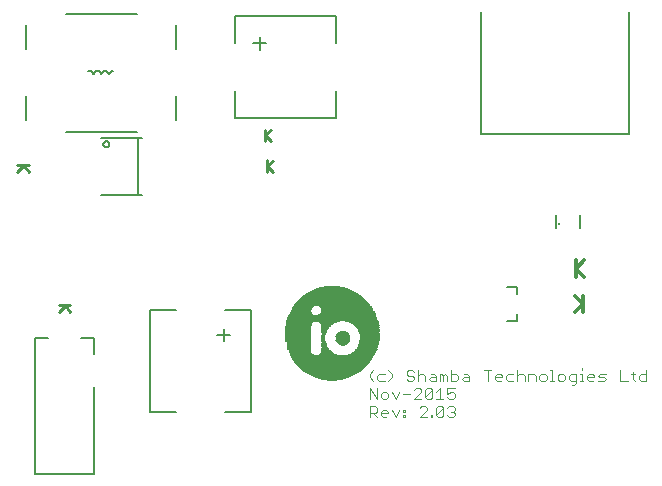
<source format=gto>
G75*
%MOIN*%
%OFA0B0*%
%FSLAX25Y25*%
%IPPOS*%
%LPD*%
%AMOC8*
5,1,8,0,0,1.08239X$1,22.5*
%
%ADD10R,0.03315X0.00166*%
%ADD11R,0.05635X0.00166*%
%ADD12R,0.07293X0.00166*%
%ADD13R,0.08619X0.00166*%
%ADD14R,0.09613X0.00166*%
%ADD15R,0.10607X0.00166*%
%ADD16R,0.11602X0.00166*%
%ADD17R,0.12266X0.00166*%
%ADD18R,0.12929X0.00166*%
%ADD19R,0.13592X0.00166*%
%ADD20R,0.14254X0.00166*%
%ADD21R,0.14917X0.00166*%
%ADD22R,0.15580X0.00166*%
%ADD23R,0.16243X0.00166*%
%ADD24R,0.16906X0.00166*%
%ADD25R,0.17238X0.00166*%
%ADD26R,0.17901X0.00166*%
%ADD27R,0.18232X0.00166*%
%ADD28R,0.18564X0.00166*%
%ADD29R,0.19227X0.00166*%
%ADD30R,0.19558X0.00166*%
%ADD31R,0.19889X0.00166*%
%ADD32R,0.20221X0.00166*%
%ADD33R,0.20884X0.00166*%
%ADD34R,0.21216X0.00166*%
%ADD35R,0.21547X0.00166*%
%ADD36R,0.21879X0.00166*%
%ADD37R,0.22210X0.00166*%
%ADD38R,0.22541X0.00166*%
%ADD39R,0.22873X0.00166*%
%ADD40R,0.23205X0.00166*%
%ADD41R,0.23537X0.00166*%
%ADD42R,0.23868X0.00166*%
%ADD43R,0.24199X0.00166*%
%ADD44R,0.24531X0.00166*%
%ADD45R,0.24862X0.00166*%
%ADD46R,0.25194X0.00166*%
%ADD47R,0.25525X0.00166*%
%ADD48R,0.25857X0.00166*%
%ADD49R,0.26188X0.00166*%
%ADD50R,0.26520X0.00166*%
%ADD51R,0.26851X0.00166*%
%ADD52R,0.27183X0.00166*%
%ADD53R,0.27514X0.00166*%
%ADD54R,0.27846X0.00166*%
%ADD55R,0.07956X0.00166*%
%ADD56R,0.07127X0.00166*%
%ADD57R,0.09448X0.00166*%
%ADD58R,0.07790X0.00166*%
%ADD59R,0.06133X0.00166*%
%ADD60R,0.08950X0.00166*%
%ADD61R,0.07624X0.00166*%
%ADD62R,0.05470X0.00166*%
%ADD63R,0.08453X0.00166*%
%ADD64R,0.07624X0.00166*%
%ADD65R,0.04973X0.00166*%
%ADD66R,0.08288X0.00166*%
%ADD67R,0.07458X0.00166*%
%ADD68R,0.04476X0.00166*%
%ADD69R,0.07956X0.00166*%
%ADD70R,0.07459X0.00166*%
%ADD71R,0.04144X0.00166*%
%ADD72R,0.07956X0.00166*%
%ADD73R,0.03813X0.00166*%
%ADD74R,0.03647X0.00166*%
%ADD75R,0.07625X0.00166*%
%ADD76R,0.07459X0.00166*%
%ADD77R,0.03149X0.00166*%
%ADD78R,0.02983X0.00166*%
%ADD79R,0.07293X0.00166*%
%ADD80R,0.02818X0.00166*%
%ADD81R,0.07790X0.00166*%
%ADD82R,0.02652X0.00166*%
%ADD83R,0.06961X0.00166*%
%ADD84R,0.02486X0.00166*%
%ADD85R,0.06796X0.00166*%
%ADD86R,0.02320X0.00166*%
%ADD87R,0.06795X0.00166*%
%ADD88R,0.02155X0.00166*%
%ADD89R,0.08122X0.00166*%
%ADD90R,0.01989X0.00166*%
%ADD91R,0.01491X0.00166*%
%ADD92R,0.06630X0.00166*%
%ADD93R,0.01823X0.00166*%
%ADD94R,0.08287X0.00166*%
%ADD95R,0.06630X0.00166*%
%ADD96R,0.01657X0.00166*%
%ADD97R,0.03481X0.00166*%
%ADD98R,0.03812X0.00166*%
%ADD99R,0.06464X0.00166*%
%ADD100R,0.04309X0.00166*%
%ADD101R,0.01492X0.00166*%
%ADD102R,0.04475X0.00166*%
%ADD103R,0.04641X0.00166*%
%ADD104R,0.06464X0.00166*%
%ADD105R,0.04807X0.00166*%
%ADD106R,0.08619X0.00166*%
%ADD107R,0.03978X0.00166*%
%ADD108R,0.07127X0.00166*%
%ADD109R,0.01161X0.00166*%
%ADD110R,0.03978X0.00166*%
%ADD111R,0.08785X0.00166*%
%ADD112R,0.08950X0.00166*%
%ADD113R,0.04641X0.00166*%
%ADD114R,0.09281X0.00166*%
%ADD115R,0.05139X0.00166*%
%ADD116R,0.09613X0.00166*%
%ADD117R,0.05801X0.00166*%
%ADD118R,0.09779X0.00166*%
%ADD119R,0.09116X0.00166*%
%ADD120R,0.10276X0.00166*%
%ADD121R,0.17735X0.00166*%
%ADD122R,0.11105X0.00166*%
%ADD123R,0.30498X0.00166*%
%ADD124R,0.30166X0.00166*%
%ADD125R,0.29834X0.00166*%
%ADD126R,0.29503X0.00166*%
%ADD127R,0.29172X0.00166*%
%ADD128R,0.19559X0.00166*%
%ADD129R,0.19061X0.00166*%
%ADD130R,0.18730X0.00166*%
%ADD131R,0.18398X0.00166*%
%ADD132R,0.18233X0.00166*%
%ADD133R,0.18067X0.00166*%
%ADD134R,0.17901X0.00166*%
%ADD135R,0.17735X0.00166*%
%ADD136R,0.17569X0.00166*%
%ADD137R,0.17404X0.00166*%
%ADD138C,0.00300*%
%ADD139C,0.01200*%
%ADD140C,0.00800*%
%ADD141C,0.01181*%
%ADD142C,0.00600*%
%ADD143C,0.00500*%
%ADD144C,0.01000*%
D10*
X0165387Y0041935D03*
X0165387Y0050388D03*
X0167542Y0063482D03*
X0167542Y0032156D03*
D11*
X0167542Y0032321D03*
X0167542Y0063316D03*
D12*
X0167542Y0063150D03*
X0167542Y0032487D03*
D13*
X0167542Y0032653D03*
X0156271Y0050388D03*
X0156271Y0050554D03*
X0156437Y0051051D03*
X0156437Y0051217D03*
X0167542Y0062985D03*
D14*
X0167542Y0062819D03*
X0167542Y0032819D03*
D15*
X0167542Y0032984D03*
X0167542Y0062653D03*
D16*
X0167543Y0062487D03*
X0167543Y0033150D03*
D17*
X0167542Y0033316D03*
X0167542Y0062322D03*
D18*
X0167542Y0062156D03*
X0167542Y0033481D03*
D19*
X0167542Y0033647D03*
X0167542Y0061990D03*
D20*
X0167542Y0061824D03*
X0167542Y0033813D03*
D21*
X0167542Y0033979D03*
X0167542Y0061659D03*
D22*
X0167542Y0061493D03*
X0167542Y0034144D03*
D23*
X0167542Y0034310D03*
X0167542Y0061327D03*
D24*
X0167542Y0061161D03*
X0167542Y0034476D03*
D25*
X0167543Y0034642D03*
X0172349Y0056023D03*
X0172183Y0056355D03*
X0172017Y0056520D03*
X0167543Y0060996D03*
D26*
X0167542Y0060830D03*
X0167542Y0034807D03*
D27*
X0167542Y0034973D03*
X0167542Y0060664D03*
D28*
X0167542Y0060498D03*
X0167542Y0035139D03*
D29*
X0167542Y0035305D03*
X0167542Y0060333D03*
D30*
X0167542Y0060167D03*
X0167542Y0035470D03*
D31*
X0167542Y0035636D03*
X0167542Y0060001D03*
D32*
X0167542Y0059835D03*
X0167542Y0035802D03*
D33*
X0167542Y0035968D03*
X0167542Y0059670D03*
D34*
X0167542Y0059504D03*
X0167542Y0036133D03*
D35*
X0167542Y0036299D03*
X0167542Y0059338D03*
D36*
X0167542Y0059172D03*
X0167542Y0036465D03*
D37*
X0167543Y0036631D03*
X0167543Y0059007D03*
D38*
X0167542Y0058841D03*
X0167542Y0036796D03*
D39*
X0167543Y0036962D03*
X0167543Y0058675D03*
D40*
X0167542Y0058509D03*
X0167542Y0037128D03*
D41*
X0167542Y0037294D03*
X0167542Y0058344D03*
D42*
X0167542Y0058178D03*
X0167542Y0058012D03*
X0167542Y0037625D03*
X0167542Y0037459D03*
D43*
X0167543Y0037791D03*
X0167543Y0057846D03*
D44*
X0167542Y0057681D03*
X0167542Y0037957D03*
D45*
X0167542Y0038122D03*
X0167542Y0057515D03*
D46*
X0167542Y0057349D03*
X0167542Y0057183D03*
X0167542Y0038454D03*
X0167542Y0038288D03*
D47*
X0167542Y0038620D03*
D48*
X0167542Y0038785D03*
D49*
X0167542Y0038951D03*
X0167542Y0039117D03*
D50*
X0167542Y0039283D03*
D51*
X0167542Y0039448D03*
X0167542Y0039614D03*
D52*
X0167542Y0039780D03*
X0167542Y0039946D03*
D53*
X0167542Y0040111D03*
X0167542Y0040277D03*
D54*
X0167542Y0040443D03*
D55*
X0157597Y0040609D03*
X0156437Y0043095D03*
X0156437Y0043261D03*
X0156437Y0043426D03*
X0157100Y0054200D03*
X0179145Y0050056D03*
D56*
X0178896Y0042598D03*
X0178730Y0042432D03*
X0166299Y0040609D03*
X0157017Y0054863D03*
D57*
X0176741Y0040609D03*
D58*
X0179227Y0049891D03*
X0157349Y0040774D03*
D59*
X0166133Y0040774D03*
D60*
X0177156Y0040774D03*
X0156769Y0051548D03*
D61*
X0156603Y0042432D03*
X0156603Y0042266D03*
X0156603Y0042100D03*
X0157266Y0040940D03*
X0179310Y0049559D03*
X0179310Y0049725D03*
X0179476Y0049393D03*
D62*
X0165968Y0040940D03*
D63*
X0156188Y0045084D03*
X0156188Y0045250D03*
X0156188Y0045415D03*
X0156188Y0045581D03*
X0156188Y0045747D03*
X0156188Y0045913D03*
X0156188Y0046078D03*
X0156188Y0049559D03*
X0156188Y0049725D03*
X0156188Y0049891D03*
X0156188Y0050056D03*
X0156188Y0050222D03*
X0156354Y0050719D03*
X0156354Y0050885D03*
X0177404Y0040940D03*
X0178896Y0050554D03*
X0178730Y0050719D03*
D64*
X0178150Y0041603D03*
X0157100Y0041106D03*
X0156769Y0041769D03*
X0156769Y0041935D03*
X0157100Y0054366D03*
D65*
X0165885Y0041106D03*
D66*
X0177653Y0041106D03*
D67*
X0179559Y0049062D03*
X0179559Y0049228D03*
X0157017Y0054531D03*
X0157017Y0041272D03*
D68*
X0165802Y0041272D03*
D69*
X0177819Y0041272D03*
D70*
X0178564Y0042100D03*
X0156851Y0041603D03*
X0156851Y0041437D03*
D71*
X0165636Y0041437D03*
X0170940Y0044918D03*
X0170940Y0047404D03*
D72*
X0177985Y0041437D03*
D73*
X0165636Y0041603D03*
D74*
X0165553Y0041769D03*
X0165553Y0050719D03*
D75*
X0178316Y0041769D03*
D76*
X0178399Y0041935D03*
D77*
X0170940Y0044421D03*
X0170940Y0048067D03*
X0165305Y0050222D03*
X0165305Y0042100D03*
D78*
X0165222Y0042266D03*
X0165222Y0050056D03*
D79*
X0157100Y0054697D03*
X0179642Y0048896D03*
X0179642Y0048730D03*
X0178647Y0042266D03*
D80*
X0170940Y0044255D03*
X0165139Y0042598D03*
X0165139Y0042432D03*
X0165139Y0049891D03*
D81*
X0156520Y0042929D03*
X0156520Y0042763D03*
X0156520Y0042598D03*
D82*
X0165056Y0042763D03*
X0170857Y0048233D03*
X0165056Y0049725D03*
D83*
X0157100Y0055029D03*
X0157100Y0055194D03*
X0179808Y0048233D03*
X0179808Y0048067D03*
X0179808Y0047902D03*
X0179145Y0043095D03*
X0178979Y0042763D03*
D84*
X0164973Y0042929D03*
X0164973Y0049393D03*
X0164973Y0049559D03*
D85*
X0157183Y0055360D03*
X0179393Y0043758D03*
X0179393Y0043592D03*
X0179062Y0042929D03*
D86*
X0170857Y0044089D03*
X0164890Y0043261D03*
X0164890Y0043095D03*
X0164890Y0049228D03*
D87*
X0158178Y0057018D03*
X0179891Y0047736D03*
X0179891Y0047570D03*
X0179891Y0047404D03*
X0179891Y0047239D03*
X0179891Y0047073D03*
X0179228Y0043426D03*
X0179228Y0043261D03*
D88*
X0170940Y0048399D03*
X0164807Y0048896D03*
X0164807Y0049062D03*
X0164807Y0043592D03*
X0164807Y0043426D03*
D89*
X0156354Y0043592D03*
X0156354Y0043758D03*
X0156354Y0043924D03*
X0156354Y0044089D03*
X0157183Y0054034D03*
X0179062Y0050222D03*
D90*
X0164724Y0048730D03*
X0164724Y0048565D03*
X0164724Y0043924D03*
X0164724Y0043758D03*
D91*
X0170940Y0043924D03*
D92*
X0179476Y0043924D03*
X0179476Y0044089D03*
X0179808Y0045084D03*
X0179808Y0045250D03*
X0179808Y0045415D03*
D93*
X0164642Y0044421D03*
X0164642Y0044255D03*
X0164642Y0044089D03*
X0164642Y0048067D03*
X0164642Y0048233D03*
X0164642Y0048399D03*
D94*
X0156271Y0044918D03*
X0156271Y0044752D03*
X0156271Y0044587D03*
X0156271Y0044421D03*
X0156271Y0044255D03*
X0178979Y0050388D03*
D95*
X0179973Y0046907D03*
X0179973Y0046741D03*
X0179973Y0046576D03*
X0179973Y0046410D03*
X0179973Y0046244D03*
X0179642Y0044587D03*
X0179642Y0044421D03*
X0179642Y0044255D03*
X0157929Y0056852D03*
X0157763Y0056686D03*
X0157266Y0055857D03*
X0157266Y0055692D03*
X0157100Y0055526D03*
D96*
X0164559Y0047902D03*
X0164559Y0047736D03*
X0164559Y0047570D03*
X0164559Y0047404D03*
X0164559Y0045084D03*
X0164559Y0044918D03*
X0164559Y0044752D03*
X0164559Y0044587D03*
D97*
X0170940Y0044587D03*
X0170940Y0047902D03*
X0165470Y0050554D03*
D98*
X0170940Y0047736D03*
X0170940Y0044752D03*
D99*
X0179725Y0044752D03*
X0179725Y0044918D03*
X0157349Y0056023D03*
X0157349Y0056189D03*
D100*
X0165719Y0051051D03*
X0170858Y0045084D03*
D101*
X0164476Y0045250D03*
X0164476Y0045415D03*
X0164476Y0045581D03*
X0164476Y0045747D03*
X0164476Y0045913D03*
X0164476Y0046078D03*
X0164476Y0046244D03*
X0164476Y0046410D03*
X0164476Y0046576D03*
X0164476Y0046741D03*
X0164476Y0046907D03*
X0164476Y0047073D03*
X0164476Y0047239D03*
D102*
X0170940Y0047239D03*
X0170940Y0047073D03*
X0170940Y0045415D03*
X0170940Y0045250D03*
D103*
X0170857Y0045581D03*
X0170857Y0046907D03*
D104*
X0165968Y0051714D03*
X0157680Y0056520D03*
X0157514Y0056355D03*
X0179890Y0046078D03*
X0179890Y0045913D03*
X0179890Y0045747D03*
X0179890Y0045581D03*
D105*
X0170940Y0045747D03*
X0170940Y0045913D03*
X0170940Y0046078D03*
X0170940Y0046244D03*
X0170940Y0046410D03*
X0170940Y0046576D03*
X0170940Y0046741D03*
D106*
X0156106Y0046741D03*
X0156106Y0046576D03*
X0156106Y0046410D03*
X0156106Y0046244D03*
X0156106Y0046907D03*
X0156106Y0047073D03*
X0156106Y0047239D03*
X0156106Y0047404D03*
X0156106Y0047570D03*
X0156106Y0047736D03*
X0156106Y0047902D03*
X0156106Y0048067D03*
X0156106Y0048233D03*
X0156106Y0048399D03*
X0156106Y0048565D03*
X0156106Y0048730D03*
X0156106Y0048896D03*
X0156106Y0049062D03*
X0156106Y0049228D03*
X0156106Y0049393D03*
D107*
X0170857Y0047570D03*
D108*
X0179725Y0048399D03*
X0179725Y0048565D03*
D109*
X0170940Y0048565D03*
D110*
X0165553Y0050885D03*
D111*
X0157349Y0053869D03*
X0156520Y0051382D03*
X0178564Y0050885D03*
D112*
X0178482Y0051051D03*
D113*
X0165719Y0051217D03*
D114*
X0178316Y0051217D03*
D115*
X0165802Y0051382D03*
D116*
X0178150Y0051382D03*
D117*
X0165968Y0051548D03*
D118*
X0177902Y0051548D03*
D119*
X0156851Y0051714D03*
D120*
X0177653Y0051714D03*
D121*
X0161161Y0051880D03*
D122*
X0177238Y0051880D03*
D123*
X0167542Y0052045D03*
D124*
X0167542Y0052211D03*
X0167542Y0052377D03*
X0167542Y0052543D03*
D125*
X0167542Y0052708D03*
X0167542Y0052874D03*
X0167542Y0053040D03*
D126*
X0167542Y0053206D03*
X0167542Y0053371D03*
X0167542Y0053537D03*
D127*
X0167543Y0053703D03*
D128*
X0172349Y0053869D03*
D129*
X0172432Y0054034D03*
D130*
X0172598Y0054200D03*
D131*
X0172598Y0054366D03*
D132*
X0172681Y0054531D03*
D133*
X0172598Y0054697D03*
D134*
X0172680Y0054863D03*
D135*
X0172598Y0055029D03*
X0172598Y0055194D03*
D136*
X0172515Y0055360D03*
X0172515Y0055526D03*
X0171520Y0057018D03*
D137*
X0171769Y0056852D03*
X0171935Y0056686D03*
X0172266Y0056189D03*
X0172432Y0055857D03*
X0172432Y0055692D03*
D138*
X0181216Y0035804D02*
X0179982Y0034570D01*
X0179982Y0033335D01*
X0181216Y0032101D01*
X0182437Y0032718D02*
X0183055Y0032101D01*
X0184906Y0032101D01*
X0186121Y0032101D02*
X0187355Y0033335D01*
X0187355Y0034570D01*
X0186121Y0035804D01*
X0184906Y0034570D02*
X0183055Y0034570D01*
X0182437Y0033952D01*
X0182437Y0032718D01*
X0182451Y0029804D02*
X0182451Y0026101D01*
X0179982Y0029804D01*
X0179982Y0026101D01*
X0179982Y0023804D02*
X0181834Y0023804D01*
X0182451Y0023187D01*
X0182451Y0021952D01*
X0181834Y0021335D01*
X0179982Y0021335D01*
X0179982Y0020101D02*
X0179982Y0023804D01*
X0181216Y0021335D02*
X0182451Y0020101D01*
X0183665Y0020718D02*
X0183665Y0021952D01*
X0184282Y0022570D01*
X0185517Y0022570D01*
X0186134Y0021952D01*
X0186134Y0021335D01*
X0183665Y0021335D01*
X0183665Y0020718D02*
X0184282Y0020101D01*
X0185517Y0020101D01*
X0188583Y0020101D02*
X0189817Y0022570D01*
X0191031Y0022570D02*
X0191031Y0021952D01*
X0191649Y0021952D01*
X0191649Y0022570D01*
X0191031Y0022570D01*
X0188583Y0020101D02*
X0187348Y0022570D01*
X0188583Y0026101D02*
X0189817Y0028570D01*
X0191031Y0027952D02*
X0193500Y0027952D01*
X0194715Y0029187D02*
X0195332Y0029804D01*
X0196566Y0029804D01*
X0197183Y0029187D01*
X0197183Y0028570D01*
X0194715Y0026101D01*
X0197183Y0026101D01*
X0198398Y0026718D02*
X0200866Y0029187D01*
X0200866Y0026718D01*
X0200249Y0026101D01*
X0199015Y0026101D01*
X0198398Y0026718D01*
X0198398Y0029187D01*
X0199015Y0029804D01*
X0200249Y0029804D01*
X0200866Y0029187D01*
X0202081Y0028570D02*
X0203315Y0029804D01*
X0203315Y0026101D01*
X0202081Y0026101D02*
X0204550Y0026101D01*
X0205764Y0026718D02*
X0206381Y0026101D01*
X0207616Y0026101D01*
X0208233Y0026718D01*
X0208233Y0027952D01*
X0207616Y0028570D01*
X0206998Y0028570D01*
X0205764Y0027952D01*
X0205764Y0029804D01*
X0208233Y0029804D01*
X0208843Y0032101D02*
X0206992Y0032101D01*
X0206992Y0035804D01*
X0206992Y0034570D02*
X0208843Y0034570D01*
X0209460Y0033952D01*
X0209460Y0032718D01*
X0208843Y0032101D01*
X0210675Y0032718D02*
X0211292Y0033335D01*
X0213144Y0033335D01*
X0213144Y0033952D02*
X0213144Y0032101D01*
X0211292Y0032101D01*
X0210675Y0032718D01*
X0211292Y0034570D02*
X0212526Y0034570D01*
X0213144Y0033952D01*
X0218041Y0035804D02*
X0220510Y0035804D01*
X0219276Y0035804D02*
X0219276Y0032101D01*
X0221724Y0032718D02*
X0221724Y0033952D01*
X0222341Y0034570D01*
X0223576Y0034570D01*
X0224193Y0033952D01*
X0224193Y0033335D01*
X0221724Y0033335D01*
X0221724Y0032718D02*
X0222341Y0032101D01*
X0223576Y0032101D01*
X0225407Y0032718D02*
X0225407Y0033952D01*
X0226025Y0034570D01*
X0227876Y0034570D01*
X0229091Y0033952D02*
X0229708Y0034570D01*
X0230942Y0034570D01*
X0231559Y0033952D01*
X0231559Y0032101D01*
X0232774Y0032101D02*
X0232774Y0034570D01*
X0234625Y0034570D01*
X0235242Y0033952D01*
X0235242Y0032101D01*
X0236457Y0032718D02*
X0236457Y0033952D01*
X0237074Y0034570D01*
X0238308Y0034570D01*
X0238926Y0033952D01*
X0238926Y0032718D01*
X0238308Y0032101D01*
X0237074Y0032101D01*
X0236457Y0032718D01*
X0240140Y0032101D02*
X0241374Y0032101D01*
X0240757Y0032101D02*
X0240757Y0035804D01*
X0240140Y0035804D01*
X0242595Y0033952D02*
X0242595Y0032718D01*
X0243213Y0032101D01*
X0244447Y0032101D01*
X0245064Y0032718D01*
X0245064Y0033952D01*
X0244447Y0034570D01*
X0243213Y0034570D01*
X0242595Y0033952D01*
X0246279Y0033952D02*
X0246279Y0032718D01*
X0246896Y0032101D01*
X0248747Y0032101D01*
X0248747Y0031484D02*
X0248747Y0034570D01*
X0246896Y0034570D01*
X0246279Y0033952D01*
X0248747Y0031484D02*
X0248130Y0030866D01*
X0247513Y0030866D01*
X0249962Y0032101D02*
X0251196Y0032101D01*
X0250579Y0032101D02*
X0250579Y0034570D01*
X0249962Y0034570D01*
X0250579Y0035804D02*
X0250579Y0036421D01*
X0253034Y0034570D02*
X0252417Y0033952D01*
X0252417Y0032718D01*
X0253034Y0032101D01*
X0254269Y0032101D01*
X0254886Y0033335D02*
X0252417Y0033335D01*
X0253034Y0034570D02*
X0254269Y0034570D01*
X0254886Y0033952D01*
X0254886Y0033335D01*
X0256100Y0033952D02*
X0256717Y0034570D01*
X0258569Y0034570D01*
X0257952Y0033335D02*
X0258569Y0032718D01*
X0257952Y0032101D01*
X0256100Y0032101D01*
X0256717Y0033335D02*
X0256100Y0033952D01*
X0256717Y0033335D02*
X0257952Y0033335D01*
X0263467Y0032101D02*
X0265935Y0032101D01*
X0267767Y0032718D02*
X0268384Y0032101D01*
X0267767Y0032718D02*
X0267767Y0035187D01*
X0267150Y0034570D02*
X0268384Y0034570D01*
X0269605Y0033952D02*
X0269605Y0032718D01*
X0270222Y0032101D01*
X0272074Y0032101D01*
X0272074Y0035804D01*
X0272074Y0034570D02*
X0270222Y0034570D01*
X0269605Y0033952D01*
X0263467Y0035804D02*
X0263467Y0032101D01*
X0229091Y0032101D02*
X0229091Y0035804D01*
X0227876Y0032101D02*
X0226025Y0032101D01*
X0225407Y0032718D01*
X0205777Y0032101D02*
X0205777Y0033952D01*
X0205160Y0034570D01*
X0204543Y0033952D01*
X0204543Y0032101D01*
X0203309Y0032101D02*
X0203309Y0034570D01*
X0203926Y0034570D01*
X0204543Y0033952D01*
X0202094Y0033952D02*
X0202094Y0032101D01*
X0200243Y0032101D01*
X0199625Y0032718D01*
X0200243Y0033335D01*
X0202094Y0033335D01*
X0202094Y0033952D02*
X0201477Y0034570D01*
X0200243Y0034570D01*
X0198411Y0033952D02*
X0198411Y0032101D01*
X0198411Y0033952D02*
X0197794Y0034570D01*
X0196559Y0034570D01*
X0195942Y0033952D01*
X0194728Y0033335D02*
X0194728Y0032718D01*
X0194111Y0032101D01*
X0192876Y0032101D01*
X0192259Y0032718D01*
X0192876Y0033952D02*
X0194111Y0033952D01*
X0194728Y0033335D01*
X0195942Y0032101D02*
X0195942Y0035804D01*
X0194728Y0035187D02*
X0194111Y0035804D01*
X0192876Y0035804D01*
X0192259Y0035187D01*
X0192259Y0034570D01*
X0192876Y0033952D01*
X0187348Y0028570D02*
X0188583Y0026101D01*
X0186134Y0026718D02*
X0186134Y0027952D01*
X0185517Y0028570D01*
X0184282Y0028570D01*
X0183665Y0027952D01*
X0183665Y0026718D01*
X0184282Y0026101D01*
X0185517Y0026101D01*
X0186134Y0026718D01*
X0196556Y0023187D02*
X0197173Y0023804D01*
X0198408Y0023804D01*
X0199025Y0023187D01*
X0199025Y0022570D01*
X0196556Y0020101D01*
X0199025Y0020101D01*
X0200239Y0020101D02*
X0200856Y0020101D01*
X0200856Y0020718D01*
X0200239Y0020718D01*
X0200239Y0020101D01*
X0202081Y0020718D02*
X0204550Y0023187D01*
X0204550Y0020718D01*
X0203932Y0020101D01*
X0202698Y0020101D01*
X0202081Y0020718D01*
X0202081Y0023187D01*
X0202698Y0023804D01*
X0203932Y0023804D01*
X0204550Y0023187D01*
X0205764Y0023187D02*
X0206381Y0023804D01*
X0207616Y0023804D01*
X0208233Y0023187D01*
X0208233Y0022570D01*
X0207616Y0021952D01*
X0208233Y0021335D01*
X0208233Y0020718D01*
X0207616Y0020101D01*
X0206381Y0020101D01*
X0205764Y0020718D01*
X0206998Y0021952D02*
X0207616Y0021952D01*
X0191649Y0020718D02*
X0191649Y0020101D01*
X0191031Y0020101D01*
X0191031Y0020718D01*
X0191649Y0020718D01*
D139*
X0248336Y0054990D02*
X0251092Y0057746D01*
X0248336Y0060502D01*
X0251092Y0060502D02*
X0251092Y0057746D01*
X0251092Y0054990D01*
X0251486Y0066801D02*
X0248730Y0069557D01*
X0251486Y0072313D01*
X0248730Y0072313D02*
X0248730Y0069557D01*
X0248730Y0066801D01*
D140*
X0249911Y0083140D02*
X0249911Y0087470D01*
X0242037Y0087470D02*
X0242037Y0083140D01*
X0103974Y0094163D02*
X0102706Y0094163D01*
X0102706Y0113061D01*
X0104074Y0113061D01*
X0102706Y0113061D02*
X0090314Y0113061D01*
X0090314Y0094163D02*
X0102706Y0094163D01*
D141*
X0243218Y0084321D03*
D142*
X0228889Y0063346D02*
X0225689Y0063346D01*
X0228889Y0063346D02*
X0228889Y0061146D01*
X0228889Y0054346D02*
X0228889Y0052146D01*
X0225689Y0052146D01*
X0133455Y0047444D02*
X0129185Y0047444D01*
X0131320Y0049579D02*
X0131320Y0045309D01*
X0143284Y0142532D02*
X0143284Y0146803D01*
X0141149Y0144667D02*
X0145419Y0144667D01*
D143*
X0068415Y0046526D02*
X0068415Y0001250D01*
X0088100Y0001250D01*
X0088100Y0029990D01*
X0088100Y0041014D02*
X0088100Y0046526D01*
X0083769Y0046526D01*
X0072745Y0046526D02*
X0068415Y0046526D01*
X0106604Y0055778D02*
X0106604Y0021919D01*
X0115462Y0021919D01*
X0131604Y0021919D02*
X0140462Y0021919D01*
X0140462Y0055778D01*
X0131604Y0055778D01*
X0115462Y0055778D02*
X0106604Y0055778D01*
X0091194Y0111112D02*
X0091196Y0111175D01*
X0091202Y0111237D01*
X0091212Y0111299D01*
X0091225Y0111361D01*
X0091243Y0111421D01*
X0091264Y0111480D01*
X0091289Y0111538D01*
X0091318Y0111594D01*
X0091350Y0111648D01*
X0091385Y0111700D01*
X0091423Y0111749D01*
X0091465Y0111797D01*
X0091509Y0111841D01*
X0091557Y0111883D01*
X0091606Y0111921D01*
X0091658Y0111956D01*
X0091712Y0111988D01*
X0091768Y0112017D01*
X0091826Y0112042D01*
X0091885Y0112063D01*
X0091945Y0112081D01*
X0092007Y0112094D01*
X0092069Y0112104D01*
X0092131Y0112110D01*
X0092194Y0112112D01*
X0092257Y0112110D01*
X0092319Y0112104D01*
X0092381Y0112094D01*
X0092443Y0112081D01*
X0092503Y0112063D01*
X0092562Y0112042D01*
X0092620Y0112017D01*
X0092676Y0111988D01*
X0092730Y0111956D01*
X0092782Y0111921D01*
X0092831Y0111883D01*
X0092879Y0111841D01*
X0092923Y0111797D01*
X0092965Y0111749D01*
X0093003Y0111700D01*
X0093038Y0111648D01*
X0093070Y0111594D01*
X0093099Y0111538D01*
X0093124Y0111480D01*
X0093145Y0111421D01*
X0093163Y0111361D01*
X0093176Y0111299D01*
X0093186Y0111237D01*
X0093192Y0111175D01*
X0093194Y0111112D01*
X0093192Y0111049D01*
X0093186Y0110987D01*
X0093176Y0110925D01*
X0093163Y0110863D01*
X0093145Y0110803D01*
X0093124Y0110744D01*
X0093099Y0110686D01*
X0093070Y0110630D01*
X0093038Y0110576D01*
X0093003Y0110524D01*
X0092965Y0110475D01*
X0092923Y0110427D01*
X0092879Y0110383D01*
X0092831Y0110341D01*
X0092782Y0110303D01*
X0092730Y0110268D01*
X0092676Y0110236D01*
X0092620Y0110207D01*
X0092562Y0110182D01*
X0092503Y0110161D01*
X0092443Y0110143D01*
X0092381Y0110130D01*
X0092319Y0110120D01*
X0092257Y0110114D01*
X0092194Y0110112D01*
X0092131Y0110114D01*
X0092069Y0110120D01*
X0092007Y0110130D01*
X0091945Y0110143D01*
X0091885Y0110161D01*
X0091826Y0110182D01*
X0091768Y0110207D01*
X0091712Y0110236D01*
X0091658Y0110268D01*
X0091606Y0110303D01*
X0091557Y0110341D01*
X0091509Y0110383D01*
X0091465Y0110427D01*
X0091423Y0110475D01*
X0091385Y0110524D01*
X0091350Y0110576D01*
X0091318Y0110630D01*
X0091289Y0110686D01*
X0091264Y0110744D01*
X0091243Y0110803D01*
X0091225Y0110863D01*
X0091212Y0110925D01*
X0091202Y0110987D01*
X0091196Y0111049D01*
X0091194Y0111112D01*
X0102273Y0115226D02*
X0078651Y0115226D01*
X0065462Y0119163D02*
X0065462Y0127037D01*
X0086131Y0135503D02*
X0086196Y0135528D01*
X0086262Y0135549D01*
X0086330Y0135567D01*
X0086398Y0135581D01*
X0086467Y0135592D01*
X0086537Y0135598D01*
X0086607Y0135601D01*
X0086677Y0135600D01*
X0086746Y0135595D01*
X0086816Y0135586D01*
X0086885Y0135574D01*
X0086953Y0135558D01*
X0087020Y0135538D01*
X0087085Y0135515D01*
X0087150Y0135488D01*
X0087213Y0135457D01*
X0087274Y0135423D01*
X0087333Y0135386D01*
X0087390Y0135346D01*
X0087445Y0135302D01*
X0087497Y0135256D01*
X0087547Y0135207D01*
X0087594Y0135155D01*
X0087638Y0135101D01*
X0087679Y0135044D01*
X0087717Y0134986D01*
X0087752Y0134925D01*
X0087783Y0134862D01*
X0087811Y0134798D01*
X0087835Y0134733D01*
X0087856Y0134666D01*
X0087873Y0134598D01*
X0087886Y0134530D01*
X0087895Y0134460D01*
X0087901Y0134391D01*
X0087903Y0134321D01*
X0087962Y0134321D02*
X0087964Y0134390D01*
X0087970Y0134459D01*
X0087979Y0134527D01*
X0087992Y0134594D01*
X0088009Y0134661D01*
X0088030Y0134727D01*
X0088054Y0134791D01*
X0088082Y0134854D01*
X0088113Y0134916D01*
X0088147Y0134976D01*
X0088185Y0135033D01*
X0088226Y0135089D01*
X0088269Y0135142D01*
X0088316Y0135193D01*
X0088365Y0135241D01*
X0088417Y0135286D01*
X0088472Y0135328D01*
X0088528Y0135367D01*
X0088587Y0135404D01*
X0088648Y0135436D01*
X0088710Y0135466D01*
X0088774Y0135492D01*
X0088839Y0135514D01*
X0088905Y0135533D01*
X0088972Y0135548D01*
X0089040Y0135559D01*
X0089109Y0135567D01*
X0089178Y0135571D01*
X0089246Y0135571D01*
X0089315Y0135567D01*
X0089384Y0135559D01*
X0089452Y0135548D01*
X0089519Y0135533D01*
X0089585Y0135514D01*
X0089650Y0135492D01*
X0089714Y0135466D01*
X0089776Y0135436D01*
X0089837Y0135404D01*
X0089896Y0135367D01*
X0089952Y0135328D01*
X0090007Y0135286D01*
X0090059Y0135241D01*
X0090108Y0135193D01*
X0090155Y0135142D01*
X0090198Y0135089D01*
X0090239Y0135033D01*
X0090277Y0134976D01*
X0090311Y0134916D01*
X0090342Y0134854D01*
X0090370Y0134791D01*
X0090394Y0134727D01*
X0090415Y0134661D01*
X0090432Y0134594D01*
X0090445Y0134527D01*
X0090454Y0134459D01*
X0090460Y0134390D01*
X0090462Y0134321D01*
X0090464Y0134390D01*
X0090470Y0134459D01*
X0090479Y0134527D01*
X0090492Y0134594D01*
X0090509Y0134661D01*
X0090530Y0134727D01*
X0090554Y0134791D01*
X0090582Y0134854D01*
X0090613Y0134916D01*
X0090647Y0134976D01*
X0090685Y0135033D01*
X0090726Y0135089D01*
X0090769Y0135142D01*
X0090816Y0135193D01*
X0090865Y0135241D01*
X0090917Y0135286D01*
X0090972Y0135328D01*
X0091028Y0135367D01*
X0091087Y0135404D01*
X0091148Y0135436D01*
X0091210Y0135466D01*
X0091274Y0135492D01*
X0091339Y0135514D01*
X0091405Y0135533D01*
X0091472Y0135548D01*
X0091540Y0135559D01*
X0091609Y0135567D01*
X0091678Y0135571D01*
X0091746Y0135571D01*
X0091815Y0135567D01*
X0091884Y0135559D01*
X0091952Y0135548D01*
X0092019Y0135533D01*
X0092085Y0135514D01*
X0092150Y0135492D01*
X0092214Y0135466D01*
X0092276Y0135436D01*
X0092337Y0135404D01*
X0092396Y0135367D01*
X0092452Y0135328D01*
X0092507Y0135286D01*
X0092559Y0135241D01*
X0092608Y0135193D01*
X0092655Y0135142D01*
X0092698Y0135089D01*
X0092739Y0135033D01*
X0092777Y0134976D01*
X0092811Y0134916D01*
X0092842Y0134854D01*
X0092870Y0134791D01*
X0092894Y0134727D01*
X0092915Y0134661D01*
X0092932Y0134594D01*
X0092945Y0134527D01*
X0092954Y0134459D01*
X0092960Y0134390D01*
X0092962Y0134321D01*
X0093021Y0134320D02*
X0093025Y0134388D01*
X0093033Y0134456D01*
X0093045Y0134523D01*
X0093060Y0134589D01*
X0093079Y0134654D01*
X0093102Y0134718D01*
X0093128Y0134781D01*
X0093157Y0134842D01*
X0093190Y0134902D01*
X0093226Y0134959D01*
X0093265Y0135015D01*
X0093307Y0135068D01*
X0093352Y0135119D01*
X0093400Y0135168D01*
X0093451Y0135213D01*
X0093503Y0135256D01*
X0093558Y0135296D01*
X0093616Y0135333D01*
X0093675Y0135366D01*
X0093736Y0135396D01*
X0093798Y0135423D01*
X0093862Y0135446D01*
X0093927Y0135466D01*
X0093993Y0135482D01*
X0094060Y0135495D01*
X0094127Y0135504D01*
X0094195Y0135509D01*
X0094263Y0135510D01*
X0094331Y0135508D01*
X0094399Y0135501D01*
X0115462Y0142785D02*
X0115462Y0150659D01*
X0102273Y0154596D02*
X0078651Y0154596D01*
X0065462Y0150659D02*
X0065462Y0142785D01*
X0115462Y0127037D02*
X0115462Y0119163D01*
X0134950Y0119951D02*
X0134950Y0128809D01*
X0134950Y0119951D02*
X0168808Y0119951D01*
X0168808Y0128809D01*
X0168808Y0144951D02*
X0168808Y0153809D01*
X0134950Y0153809D01*
X0134950Y0144951D01*
X0217037Y0154990D02*
X0217037Y0114636D01*
X0266249Y0114636D01*
X0266249Y0154990D01*
D144*
X0147764Y0105609D02*
X0145564Y0103809D01*
X0145564Y0105709D01*
X0145564Y0103809D02*
X0145564Y0101809D01*
X0145664Y0103809D02*
X0147764Y0101809D01*
X0147174Y0112045D02*
X0145074Y0114045D01*
X0144974Y0114045D02*
X0147174Y0115845D01*
X0144974Y0115945D02*
X0144974Y0114045D01*
X0144974Y0112045D01*
X0066378Y0104022D02*
X0064478Y0104022D01*
X0066278Y0101822D01*
X0064478Y0103922D02*
X0062478Y0101822D01*
X0062478Y0104022D02*
X0064478Y0104022D01*
X0076257Y0057368D02*
X0078257Y0057368D01*
X0080057Y0055168D01*
X0078257Y0057268D02*
X0076257Y0055168D01*
X0078257Y0057368D02*
X0080157Y0057368D01*
M02*

</source>
